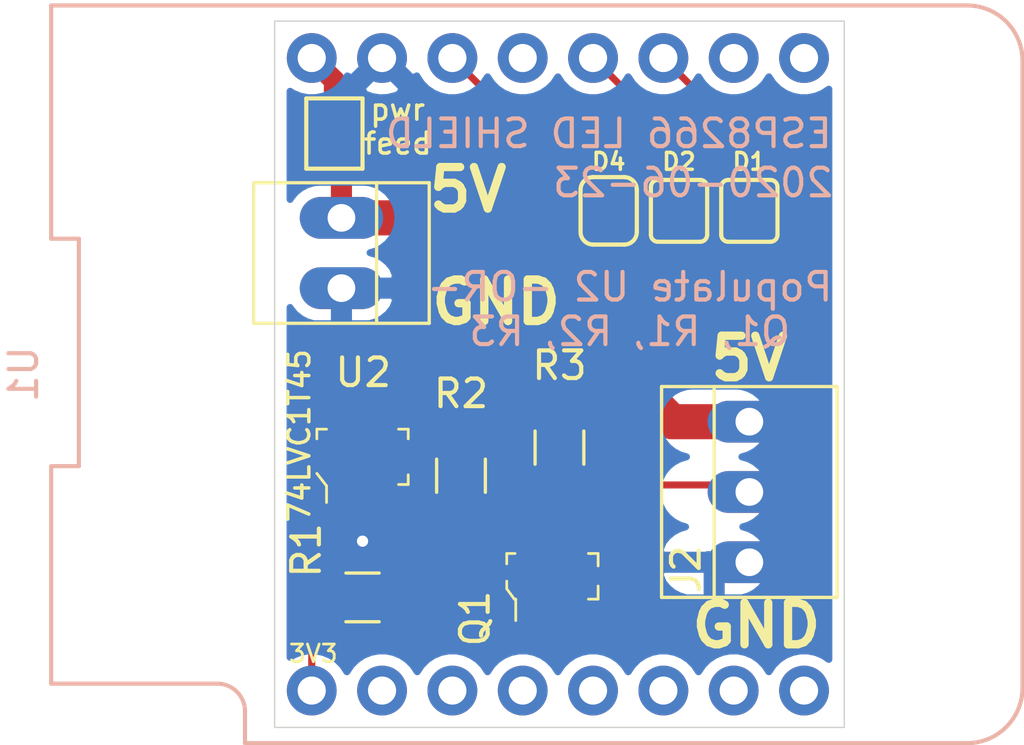
<source format=kicad_pcb>
(kicad_pcb (version 20171130) (host pcbnew 5.1.6-c6e7f7d~86~ubuntu19.10.1)

  (general
    (thickness 1.6)
    (drawings 14)
    (tracks 64)
    (zones 0)
    (modules 12)
    (nets 21)
  )

  (page A4)
  (layers
    (0 F.Cu signal)
    (31 B.Cu signal)
    (32 B.Adhes user)
    (33 F.Adhes user)
    (34 B.Paste user)
    (35 F.Paste user)
    (36 B.SilkS user)
    (37 F.SilkS user)
    (38 B.Mask user)
    (39 F.Mask user)
    (40 Dwgs.User user)
    (41 Cmts.User user)
    (42 Eco1.User user)
    (43 Eco2.User user)
    (44 Edge.Cuts user)
    (45 Margin user)
    (46 B.CrtYd user)
    (47 F.CrtYd user)
    (48 B.Fab user hide)
    (49 F.Fab user hide)
  )

  (setup
    (last_trace_width 0.254)
    (user_trace_width 0.254)
    (user_trace_width 0.508)
    (user_trace_width 0.762)
    (user_trace_width 1.27)
    (trace_clearance 0.2032)
    (zone_clearance 0.4064)
    (zone_45_only no)
    (trace_min 0.1524)
    (via_size 0.8128)
    (via_drill 0.4064)
    (via_min_size 0.508)
    (via_min_drill 0.254)
    (user_via 0.8128 0.4064)
    (uvia_size 0.3)
    (uvia_drill 0.1)
    (uvias_allowed no)
    (uvia_min_size 0.2)
    (uvia_min_drill 0.1)
    (edge_width 0.05)
    (segment_width 0.2)
    (pcb_text_width 0.3)
    (pcb_text_size 1.5 1.5)
    (mod_edge_width 0.12)
    (mod_text_size 1 1)
    (mod_text_width 0.15)
    (pad_size 1.524 1.524)
    (pad_drill 0.762)
    (pad_to_mask_clearance 0.05)
    (aux_axis_origin 0 0)
    (visible_elements FFFFFF7F)
    (pcbplotparams
      (layerselection 0x010fc_ffffffff)
      (usegerberextensions false)
      (usegerberattributes true)
      (usegerberadvancedattributes true)
      (creategerberjobfile true)
      (excludeedgelayer true)
      (linewidth 0.100000)
      (plotframeref false)
      (viasonmask false)
      (mode 1)
      (useauxorigin false)
      (hpglpennumber 1)
      (hpglpenspeed 20)
      (hpglpendiameter 15.000000)
      (psnegative false)
      (psa4output false)
      (plotreference true)
      (plotvalue true)
      (plotinvisibletext false)
      (padsonsilk false)
      (subtractmaskfromsilk false)
      (outputformat 1)
      (mirror false)
      (drillshape 1)
      (scaleselection 1)
      (outputdirectory ""))
  )

  (net 0 "")
  (net 1 GND)
  (net 2 "Net-(J2-Pad2)")
  (net 3 +5V)
  (net 4 "Net-(JP1-Pad1)")
  (net 5 "Net-(JP1-Pad2)")
  (net 6 "Net-(JP2-Pad1)")
  (net 7 "Net-(JP4-Pad1)")
  (net 8 "Net-(Q1-Pad1)")
  (net 9 +3V3)
  (net 10 "Net-(U1-Pad7)")
  (net 11 "Net-(U1-Pad6)")
  (net 12 "Net-(U1-Pad5)")
  (net 13 "Net-(U1-Pad12)")
  (net 14 "Net-(U1-Pad4)")
  (net 15 "Net-(U1-Pad3)")
  (net 16 "Net-(U1-Pad2)")
  (net 17 "Net-(U1-Pad15)")
  (net 18 "Net-(U1-Pad1)")
  (net 19 "Net-(U1-Pad16)")
  (net 20 "Net-(JP3-Pad1)")

  (net_class Default "This is the default net class."
    (clearance 0.2032)
    (trace_width 0.2032)
    (via_dia 0.8128)
    (via_drill 0.4064)
    (uvia_dia 0.3)
    (uvia_drill 0.1)
    (add_net +3V3)
    (add_net GND)
    (add_net "Net-(J2-Pad2)")
    (add_net "Net-(JP1-Pad2)")
    (add_net "Net-(JP2-Pad1)")
    (add_net "Net-(JP3-Pad1)")
    (add_net "Net-(JP4-Pad1)")
    (add_net "Net-(Q1-Pad1)")
    (add_net "Net-(U1-Pad1)")
    (add_net "Net-(U1-Pad12)")
    (add_net "Net-(U1-Pad15)")
    (add_net "Net-(U1-Pad16)")
    (add_net "Net-(U1-Pad2)")
    (add_net "Net-(U1-Pad3)")
    (add_net "Net-(U1-Pad4)")
    (add_net "Net-(U1-Pad5)")
    (add_net "Net-(U1-Pad6)")
    (add_net "Net-(U1-Pad7)")
  )

  (net_class Thicc ""
    (clearance 0.254)
    (trace_width 0.762)
    (via_dia 0.8128)
    (via_drill 0.4064)
    (uvia_dia 0.3)
    (uvia_drill 0.1)
    (add_net +5V)
    (add_net "Net-(JP1-Pad1)")
  )

  (module duck:jumper_smd_nc (layer F.Cu) (tedit 5EF2C4F0) (tstamp 5EF2F4F6)
    (at 99.314 92.456 270)
    (path /5EF7B758)
    (fp_text reference JP3 (at 0 2.794 90) (layer F.SilkS) hide
      (effects (font (size 1 1) (thickness 0.15)))
    )
    (fp_text value D4 (at 0 -2.54 90) (layer F.Fab)
      (effects (font (size 1 1) (thickness 0.15)))
    )
    (fp_line (start -0.2 0) (end 0.2 0) (layer F.Cu) (width 0.9))
    (fp_line (start -1.27 -1.016) (end 1.27 -1.016) (layer F.SilkS) (width 0.15))
    (fp_line (start 1.27 -1.016) (end 1.27 1.016) (layer F.SilkS) (width 0.15))
    (fp_line (start 1.27 1.016) (end -1.27 1.016) (layer F.SilkS) (width 0.15))
    (fp_line (start -1.27 1.016) (end -1.27 -1.016) (layer F.SilkS) (width 0.15))
    (pad 1 smd rect (at -0.635 0 270) (size 1 1.7) (layers F.Cu F.Paste F.Mask)
      (net 20 "Net-(JP3-Pad1)"))
    (pad 2 smd rect (at 0.635 0 270) (size 1 1.7) (layers F.Cu F.Paste F.Mask)
      (net 3 +5V))
  )

  (module Jumpers:SMT-JUMPER_2_NC_TRACE_SILK (layer F.Cu) (tedit 5EF2C482) (tstamp 5EF2F527)
    (at 109.22 95.25 270)
    (path /5EF2B52D)
    (attr smd)
    (fp_text reference JP2 (at 0 -1.524 270) (layer F.SilkS) hide
      (effects (font (size 0.6096 0.6096) (thickness 0.127)))
    )
    (fp_text value D4 (at -1.778 0 180) (layer F.SilkS)
      (effects (font (size 0.6096 0.6096) (thickness 0.127)))
    )
    (fp_line (start -0.2 0) (end 0.2 0) (layer F.Cu) (width 0.254))
    (fp_line (start -0.762 -1.016) (end 0.762 -1.016) (layer F.SilkS) (width 0.1524))
    (fp_line (start -1.2192 0.5588) (end -1.2192 -0.5588) (layer F.SilkS) (width 0.1524))
    (fp_line (start 1.2192 0.5588) (end 1.2192 -0.5588) (layer F.SilkS) (width 0.1524))
    (fp_line (start 0.762 1.016) (end -0.762 1.016) (layer F.SilkS) (width 0.1524))
    (fp_arc (start 0.762 -0.5588) (end 0.762 -1.016) (angle 90) (layer F.SilkS) (width 0.1524))
    (fp_arc (start -0.762 -0.5588) (end -1.2192 -0.5588) (angle 90) (layer F.SilkS) (width 0.1524))
    (fp_arc (start -0.762 0.5588) (end -0.762 1.016) (angle 90) (layer F.SilkS) (width 0.1524))
    (fp_arc (start 0.762 0.5588) (end 1.2192 0.5588) (angle 90) (layer F.SilkS) (width 0.1524))
    (pad 1 smd rect (at -0.508 0 270) (size 0.635 1.27) (layers F.Cu F.Mask)
      (net 6 "Net-(JP2-Pad1)") (solder_mask_margin 0.1016))
    (pad 2 smd rect (at 0.508 0 270) (size 0.635 1.27) (layers F.Cu F.Mask)
      (net 5 "Net-(JP1-Pad2)") (solder_mask_margin 0.1016))
  )

  (module Jumpers:SMT-JUMPER_2_NO_SILK (layer F.Cu) (tedit 200000) (tstamp 5EF2F63D)
    (at 114.3 95.25 270)
    (path /5EF2AABF)
    (attr smd)
    (fp_text reference JP1 (at 0 -1.524 90) (layer F.SilkS) hide
      (effects (font (size 0.6096 0.6096) (thickness 0.127)))
    )
    (fp_text value D1 (at -1.778 0 180) (layer F.SilkS)
      (effects (font (size 0.6096 0.6096) (thickness 0.127)))
    )
    (fp_line (start -0.8636 -1.016) (end 0.8636 -1.016) (layer F.SilkS) (width 0.1524))
    (fp_line (start -1.1176 0.762) (end -1.1176 -0.762) (layer F.SilkS) (width 0.1524))
    (fp_line (start 1.1176 0.762) (end 1.1176 -0.762) (layer F.SilkS) (width 0.1524))
    (fp_line (start 0.8636 1.016) (end -0.8636 1.016) (layer F.SilkS) (width 0.1524))
    (fp_arc (start 0.8636 -0.762) (end 0.8636 -1.016) (angle 90) (layer F.SilkS) (width 0.1524))
    (fp_arc (start -0.8636 -0.762) (end -1.1176 -0.762) (angle 90) (layer F.SilkS) (width 0.1524))
    (fp_arc (start -0.8636 0.762) (end -0.8636 1.016) (angle 90) (layer F.SilkS) (width 0.1524))
    (fp_arc (start 0.8636 0.762) (end 1.1176 0.762) (angle 90) (layer F.SilkS) (width 0.1524))
    (pad 1 smd rect (at -0.4064 0 270) (size 0.635 1.27) (layers F.Cu F.Mask)
      (net 4 "Net-(JP1-Pad1)") (solder_mask_margin 0.1016))
    (pad 2 smd rect (at 0.4064 0 270) (size 0.635 1.27) (layers F.Cu F.Mask)
      (net 5 "Net-(JP1-Pad2)") (solder_mask_margin 0.1016))
  )

  (module Jumpers:SMT-JUMPER_2_NO_SILK (layer F.Cu) (tedit 200000) (tstamp 5EF2DC9E)
    (at 111.76 95.25 270)
    (path /5EF2B199)
    (attr smd)
    (fp_text reference JP4 (at 0 -1.524 90) (layer F.SilkS) hide
      (effects (font (size 0.6096 0.6096) (thickness 0.127)))
    )
    (fp_text value D2 (at -1.778 0 180) (layer F.SilkS)
      (effects (font (size 0.6096 0.6096) (thickness 0.127)))
    )
    (fp_arc (start 0.8636 0.762) (end 1.1176 0.762) (angle 90) (layer F.SilkS) (width 0.1524))
    (fp_arc (start -0.8636 0.762) (end -0.8636 1.016) (angle 90) (layer F.SilkS) (width 0.1524))
    (fp_arc (start -0.8636 -0.762) (end -1.1176 -0.762) (angle 90) (layer F.SilkS) (width 0.1524))
    (fp_arc (start 0.8636 -0.762) (end 0.8636 -1.016) (angle 90) (layer F.SilkS) (width 0.1524))
    (fp_line (start 0.8636 1.016) (end -0.8636 1.016) (layer F.SilkS) (width 0.1524))
    (fp_line (start 1.1176 0.762) (end 1.1176 -0.762) (layer F.SilkS) (width 0.1524))
    (fp_line (start -1.1176 0.762) (end -1.1176 -0.762) (layer F.SilkS) (width 0.1524))
    (fp_line (start -0.8636 -1.016) (end 0.8636 -1.016) (layer F.SilkS) (width 0.1524))
    (pad 2 smd rect (at 0.4064 0 270) (size 0.635 1.27) (layers F.Cu F.Mask)
      (net 5 "Net-(JP1-Pad2)") (solder_mask_margin 0.1016))
    (pad 1 smd rect (at -0.4064 0 270) (size 0.635 1.27) (layers F.Cu F.Mask)
      (net 7 "Net-(JP4-Pad1)") (solder_mask_margin 0.1016))
  )

  (module digikey-footprints:SOT-23-3 (layer F.Cu) (tedit 5D28A5E3) (tstamp 5EF2EAAF)
    (at 107.188 108.458 90)
    (path /5EF328F5)
    (attr smd)
    (fp_text reference Q1 (at -1.524 -2.794 90) (layer F.SilkS)
      (effects (font (size 1 1) (thickness 0.15)))
    )
    (fp_text value DMG2302U (at 0.025 3.25 90) (layer F.Fab)
      (effects (font (size 1 1) (thickness 0.15)))
    )
    (fp_line (start 0.7 1.52) (end 0.7 -1.52) (layer F.Fab) (width 0.1))
    (fp_line (start -0.7 1.52) (end 0.7 1.52) (layer F.Fab) (width 0.1))
    (fp_line (start 0.825 -1.65) (end 0.825 -1.35) (layer F.SilkS) (width 0.1))
    (fp_line (start 0.45 -1.65) (end 0.825 -1.65) (layer F.SilkS) (width 0.1))
    (fp_line (start 0.825 1.65) (end 0.375 1.65) (layer F.SilkS) (width 0.1))
    (fp_line (start 0.825 1.35) (end 0.825 1.65) (layer F.SilkS) (width 0.1))
    (fp_line (start 0.825 1.425) (end 0.825 1.3) (layer F.SilkS) (width 0.1))
    (fp_line (start -0.825 1.65) (end -0.825 1.3) (layer F.SilkS) (width 0.1))
    (fp_line (start -0.35 1.65) (end -0.825 1.65) (layer F.SilkS) (width 0.1))
    (fp_line (start -0.425 -1.525) (end -0.7 -1.325) (layer F.Fab) (width 0.1))
    (fp_line (start -0.425 -1.525) (end 0.7 -1.525) (layer F.Fab) (width 0.1))
    (fp_line (start -0.7 -1.325) (end -0.7 1.525) (layer F.Fab) (width 0.1))
    (fp_line (start -0.825 -1.325) (end -1.6 -1.325) (layer F.SilkS) (width 0.1))
    (fp_line (start -0.825 -1.375) (end -0.825 -1.325) (layer F.SilkS) (width 0.1))
    (fp_line (start -0.45 -1.65) (end -0.825 -1.375) (layer F.SilkS) (width 0.1))
    (fp_line (start -0.175 -1.65) (end -0.45 -1.65) (layer F.SilkS) (width 0.1))
    (fp_line (start 1.825 -1.95) (end 1.825 1.95) (layer F.CrtYd) (width 0.05))
    (fp_line (start 1.825 1.95) (end -1.825 1.95) (layer F.CrtYd) (width 0.05))
    (fp_line (start -1.825 -1.95) (end -1.825 1.95) (layer F.CrtYd) (width 0.05))
    (fp_line (start -1.825 -1.95) (end 1.825 -1.95) (layer F.CrtYd) (width 0.05))
    (fp_text user %R (at -0.125 0.15 90) (layer F.Fab)
      (effects (font (size 0.25 0.25) (thickness 0.05)))
    )
    (pad 3 smd rect (at 1.05 0 90) (size 1.3 0.6) (layers F.Cu F.Paste F.Mask)
      (net 2 "Net-(J2-Pad2)") (solder_mask_margin 0.07))
    (pad 2 smd rect (at -1.05 0.95 90) (size 1.3 0.6) (layers F.Cu F.Paste F.Mask)
      (net 5 "Net-(JP1-Pad2)") (solder_mask_margin 0.07))
    (pad 1 smd rect (at -1.05 -0.95 90) (size 1.3 0.6) (layers F.Cu F.Paste F.Mask)
      (net 8 "Net-(Q1-Pad1)") (solder_mask_margin 0.07))
  )

  (module Resistors_SMD:R_0805_HandSoldering (layer F.Cu) (tedit 58E0A804) (tstamp 5EF2DCF8)
    (at 100.33 109.22)
    (descr "Resistor SMD 0805, hand soldering")
    (tags "resistor 0805")
    (path /5EF502E2)
    (attr smd)
    (fp_text reference R1 (at -2.032 -1.7 90) (layer F.SilkS)
      (effects (font (size 1 1) (thickness 0.15)))
    )
    (fp_text value R (at 0 1.75) (layer F.Fab)
      (effects (font (size 1 1) (thickness 0.15)))
    )
    (fp_text user %R (at 0 0) (layer F.Fab)
      (effects (font (size 0.5 0.5) (thickness 0.075)))
    )
    (fp_line (start -1 0.62) (end -1 -0.62) (layer F.Fab) (width 0.1))
    (fp_line (start 1 0.62) (end -1 0.62) (layer F.Fab) (width 0.1))
    (fp_line (start 1 -0.62) (end 1 0.62) (layer F.Fab) (width 0.1))
    (fp_line (start -1 -0.62) (end 1 -0.62) (layer F.Fab) (width 0.1))
    (fp_line (start 0.6 0.88) (end -0.6 0.88) (layer F.SilkS) (width 0.12))
    (fp_line (start -0.6 -0.88) (end 0.6 -0.88) (layer F.SilkS) (width 0.12))
    (fp_line (start -2.35 -0.9) (end 2.35 -0.9) (layer F.CrtYd) (width 0.05))
    (fp_line (start -2.35 -0.9) (end -2.35 0.9) (layer F.CrtYd) (width 0.05))
    (fp_line (start 2.35 0.9) (end 2.35 -0.9) (layer F.CrtYd) (width 0.05))
    (fp_line (start 2.35 0.9) (end -2.35 0.9) (layer F.CrtYd) (width 0.05))
    (pad 2 smd rect (at 1.35 0) (size 1.5 1.3) (layers F.Cu F.Paste F.Mask)
      (net 5 "Net-(JP1-Pad2)"))
    (pad 1 smd rect (at -1.35 0) (size 1.5 1.3) (layers F.Cu F.Paste F.Mask)
      (net 9 +3V3))
    (model ${KISYS3DMOD}/Resistors_SMD.3dshapes/R_0805.wrl
      (at (xyz 0 0 0))
      (scale (xyz 1 1 1))
      (rotate (xyz 0 0 0))
    )
  )

  (module Resistors_SMD:R_0805_HandSoldering (layer F.Cu) (tedit 58E0A804) (tstamp 5EF2EB68)
    (at 103.886 104.822 270)
    (descr "Resistor SMD 0805, hand soldering")
    (tags "resistor 0805")
    (path /5EF39E1E)
    (attr smd)
    (fp_text reference R2 (at -2.968 0 180) (layer F.SilkS)
      (effects (font (size 1 1) (thickness 0.15)))
    )
    (fp_text value R (at 0 1.75 90) (layer F.Fab)
      (effects (font (size 1 1) (thickness 0.15)))
    )
    (fp_text user %R (at 0 0 90) (layer F.Fab)
      (effects (font (size 0.5 0.5) (thickness 0.075)))
    )
    (fp_line (start -1 0.62) (end -1 -0.62) (layer F.Fab) (width 0.1))
    (fp_line (start 1 0.62) (end -1 0.62) (layer F.Fab) (width 0.1))
    (fp_line (start 1 -0.62) (end 1 0.62) (layer F.Fab) (width 0.1))
    (fp_line (start -1 -0.62) (end 1 -0.62) (layer F.Fab) (width 0.1))
    (fp_line (start 0.6 0.88) (end -0.6 0.88) (layer F.SilkS) (width 0.12))
    (fp_line (start -0.6 -0.88) (end 0.6 -0.88) (layer F.SilkS) (width 0.12))
    (fp_line (start -2.35 -0.9) (end 2.35 -0.9) (layer F.CrtYd) (width 0.05))
    (fp_line (start -2.35 -0.9) (end -2.35 0.9) (layer F.CrtYd) (width 0.05))
    (fp_line (start 2.35 0.9) (end 2.35 -0.9) (layer F.CrtYd) (width 0.05))
    (fp_line (start 2.35 0.9) (end -2.35 0.9) (layer F.CrtYd) (width 0.05))
    (pad 2 smd rect (at 1.35 0 270) (size 1.5 1.3) (layers F.Cu F.Paste F.Mask)
      (net 8 "Net-(Q1-Pad1)"))
    (pad 1 smd rect (at -1.35 0 270) (size 1.5 1.3) (layers F.Cu F.Paste F.Mask)
      (net 9 +3V3))
    (model ${KISYS3DMOD}/Resistors_SMD.3dshapes/R_0805.wrl
      (at (xyz 0 0 0))
      (scale (xyz 1 1 1))
      (rotate (xyz 0 0 0))
    )
  )

  (module Resistors_SMD:R_0805_HandSoldering (layer F.Cu) (tedit 58E0A804) (tstamp 5EF2DCC8)
    (at 107.442 103.806 270)
    (descr "Resistor SMD 0805, hand soldering")
    (tags "resistor 0805")
    (path /5EF3A787)
    (attr smd)
    (fp_text reference R3 (at -2.968 0 180) (layer F.SilkS)
      (effects (font (size 1 1) (thickness 0.15)))
    )
    (fp_text value R (at 0 1.75 90) (layer F.Fab)
      (effects (font (size 1 1) (thickness 0.15)))
    )
    (fp_line (start 2.35 0.9) (end -2.35 0.9) (layer F.CrtYd) (width 0.05))
    (fp_line (start 2.35 0.9) (end 2.35 -0.9) (layer F.CrtYd) (width 0.05))
    (fp_line (start -2.35 -0.9) (end -2.35 0.9) (layer F.CrtYd) (width 0.05))
    (fp_line (start -2.35 -0.9) (end 2.35 -0.9) (layer F.CrtYd) (width 0.05))
    (fp_line (start -0.6 -0.88) (end 0.6 -0.88) (layer F.SilkS) (width 0.12))
    (fp_line (start 0.6 0.88) (end -0.6 0.88) (layer F.SilkS) (width 0.12))
    (fp_line (start -1 -0.62) (end 1 -0.62) (layer F.Fab) (width 0.1))
    (fp_line (start 1 -0.62) (end 1 0.62) (layer F.Fab) (width 0.1))
    (fp_line (start 1 0.62) (end -1 0.62) (layer F.Fab) (width 0.1))
    (fp_line (start -1 0.62) (end -1 -0.62) (layer F.Fab) (width 0.1))
    (fp_text user %R (at 0 0 90) (layer F.Fab)
      (effects (font (size 0.5 0.5) (thickness 0.075)))
    )
    (pad 1 smd rect (at -1.35 0 270) (size 1.5 1.3) (layers F.Cu F.Paste F.Mask)
      (net 3 +5V))
    (pad 2 smd rect (at 1.35 0 270) (size 1.5 1.3) (layers F.Cu F.Paste F.Mask)
      (net 2 "Net-(J2-Pad2)"))
    (model ${KISYS3DMOD}/Resistors_SMD.3dshapes/R_0805.wrl
      (at (xyz 0 0 0))
      (scale (xyz 1 1 1))
      (rotate (xyz 0 0 0))
    )
  )

  (module digikey-footprints:SOT-23-6 (layer F.Cu) (tedit 5D28A5EB) (tstamp 5EF2F6EB)
    (at 100.33 104.14)
    (path /5EF33F15)
    (attr smd)
    (fp_text reference U2 (at 0.025 -3.048) (layer F.SilkS)
      (effects (font (size 1 1) (thickness 0.15)))
    )
    (fp_text value SN74LVC1T45DBV (at -0.025 3.575) (layer F.Fab)
      (effects (font (size 1 1) (thickness 0.15)))
    )
    (fp_line (start 1.525 0.875) (end 1.525 -0.875) (layer F.Fab) (width 0.1))
    (fp_line (start 1.525 -0.875) (end -1.525 -0.875) (layer F.Fab) (width 0.1))
    (fp_line (start 1.65 -1) (end 1.65 -0.65) (layer F.SilkS) (width 0.1))
    (fp_line (start 1.3 -1) (end 1.65 -1) (layer F.SilkS) (width 0.1))
    (fp_line (start 1.65 1) (end 1.3 1) (layer F.SilkS) (width 0.1))
    (fp_line (start 1.65 0.65) (end 1.65 1) (layer F.SilkS) (width 0.1))
    (fp_line (start -1.65 -1) (end -1.65 -0.65) (layer F.SilkS) (width 0.1))
    (fp_line (start -1.3 -1) (end -1.65 -1) (layer F.SilkS) (width 0.1))
    (fp_line (start -1.525 0.55) (end -1.275 0.875) (layer F.Fab) (width 0.1))
    (fp_line (start -1.525 0.55) (end -1.525 -0.875) (layer F.Fab) (width 0.1))
    (fp_line (start 1.525 0.875) (end -1.275 0.875) (layer F.Fab) (width 0.1))
    (fp_line (start -1.3 1.05) (end -1.65 0.6) (layer F.SilkS) (width 0.1))
    (fp_line (start -1.3 1.65) (end -1.3 1.05) (layer F.SilkS) (width 0.1))
    (fp_line (start -1.825 -2.1) (end 1.825 -2.1) (layer F.CrtYd) (width 0.05))
    (fp_line (start 1.825 -2.1) (end 1.825 2.1) (layer F.CrtYd) (width 0.05))
    (fp_line (start 1.825 2.1) (end -1.825 2.1) (layer F.CrtYd) (width 0.05))
    (fp_line (start -1.825 2.1) (end -1.825 -2.1) (layer F.CrtYd) (width 0.05))
    (fp_text user %R (at 0.025 0) (layer F.Fab)
      (effects (font (size 0.75 0.75) (thickness 0.075)))
    )
    (pad 3 smd rect (at 0.95 1.35) (size 0.55 1) (layers F.Cu F.Paste F.Mask)
      (net 5 "Net-(JP1-Pad2)"))
    (pad 2 smd rect (at 0 1.35) (size 0.55 1) (layers F.Cu F.Paste F.Mask)
      (net 1 GND))
    (pad 1 smd rect (at -0.95 1.35) (size 0.55 1) (layers F.Cu F.Paste F.Mask)
      (net 9 +3V3))
    (pad 4 smd rect (at 0.95 -1.35) (size 0.55 1) (layers F.Cu F.Paste F.Mask)
      (net 2 "Net-(J2-Pad2)"))
    (pad 5 smd rect (at 0 -1.35) (size 0.55 1) (layers F.Cu F.Paste F.Mask)
      (net 9 +3V3))
    (pad 6 smd rect (at -0.95 -1.35) (size 0.55 1) (layers F.Cu F.Paste F.Mask)
      (net 3 +5V))
  )

  (module Connectors:PINHEAD1-2 (layer F.Cu) (tedit 0) (tstamp 5EF2DB22)
    (at 99.568 95.504 270)
    (path /5EF2CD41)
    (fp_text reference J1 (at 1.27 -3.9 90) (layer F.SilkS) hide
      (effects (font (size 1 1) (thickness 0.15)))
    )
    (fp_text value PWR (at 1.27 3.81 90) (layer F.Fab)
      (effects (font (size 1 1) (thickness 0.15)))
    )
    (fp_line (start 3.81 -1.27) (end -1.27 -1.27) (layer F.SilkS) (width 0.12))
    (fp_line (start 3.81 3.17) (end -1.27 3.17) (layer F.SilkS) (width 0.12))
    (fp_line (start -1.27 -3.17) (end 3.81 -3.17) (layer F.SilkS) (width 0.12))
    (fp_line (start -1.27 -3.17) (end -1.27 3.17) (layer F.SilkS) (width 0.12))
    (fp_line (start 3.81 -3.17) (end 3.81 3.17) (layer F.SilkS) (width 0.12))
    (fp_line (start -1.52 -3.42) (end 4.06 -3.42) (layer F.CrtYd) (width 0.05))
    (fp_line (start -1.52 -3.42) (end -1.52 3.42) (layer F.CrtYd) (width 0.05))
    (fp_line (start 4.06 3.42) (end 4.06 -3.42) (layer F.CrtYd) (width 0.05))
    (fp_line (start 4.06 3.42) (end -1.52 3.42) (layer F.CrtYd) (width 0.05))
    (pad 2 thru_hole oval (at 2.54 0 270) (size 1.51 3.01) (drill 1) (layers *.Cu *.Mask)
      (net 1 GND))
    (pad 1 thru_hole oval (at 0 0 270) (size 1.51 3.01) (drill 1) (layers *.Cu *.Mask)
      (net 3 +5V))
  )

  (module Connectors:PINHEAD1-3 (layer F.Cu) (tedit 0) (tstamp 5EF2E16C)
    (at 114.3 107.95 90)
    (path /5EF31B51)
    (fp_text reference J2 (at -0.254 -2.286 90) (layer F.SilkS)
      (effects (font (size 1 1) (thickness 0.15)))
    )
    (fp_text value LED (at 2.54 3.81 90) (layer F.Fab)
      (effects (font (size 1 1) (thickness 0.15)))
    )
    (fp_line (start -1.27 -3.17) (end -1.27 3.17) (layer F.SilkS) (width 0.12))
    (fp_line (start 6.35 -3.17) (end 6.35 3.17) (layer F.SilkS) (width 0.12))
    (fp_line (start 6.35 -1.27) (end -1.27 -1.27) (layer F.SilkS) (width 0.12))
    (fp_line (start -1.27 -3.17) (end 6.35 -3.17) (layer F.SilkS) (width 0.12))
    (fp_line (start 6.35 3.17) (end -1.27 3.17) (layer F.SilkS) (width 0.12))
    (fp_line (start -1.52 -3.42) (end 6.6 -3.42) (layer F.CrtYd) (width 0.05))
    (fp_line (start -1.52 -3.42) (end -1.52 3.42) (layer F.CrtYd) (width 0.05))
    (fp_line (start 6.6 3.42) (end 6.6 -3.42) (layer F.CrtYd) (width 0.05))
    (fp_line (start 6.6 3.42) (end -1.52 3.42) (layer F.CrtYd) (width 0.05))
    (pad 3 thru_hole oval (at 5.08 0 90) (size 1.51 3.01) (drill 1) (layers *.Cu *.Mask)
      (net 3 +5V))
    (pad 2 thru_hole oval (at 2.54 0 90) (size 1.51 3.01) (drill 1) (layers *.Cu *.Mask)
      (net 2 "Net-(J2-Pad2)"))
    (pad 1 thru_hole oval (at 0 0 90) (size 1.51 3.01) (drill 1) (layers *.Cu *.Mask)
      (net 1 GND))
  )

  (module duck:wemos-d1-mini-no-keepout (layer B.Cu) (tedit 5EF2B67E) (tstamp 5EF2E83C)
    (at 107.385001 101.157025)
    (path /5EF2A2E6)
    (fp_text reference U1 (at -19.3 0 -90) (layer B.SilkS)
      (effects (font (size 1 1) (thickness 0.15)) (justify mirror))
    )
    (fp_text value WeMos_D1_mini (at 0 0) (layer B.Fab)
      (effects (font (size 1 1) (thickness 0.15)) (justify mirror))
    )
    (fp_line (start -18.3 -13.33) (end 14.78 -13.33) (layer B.SilkS) (width 0.15))
    (fp_line (start 16.78 -11.33) (end 16.78 11.33) (layer B.SilkS) (width 0.15))
    (fp_line (start 14.78 13.33) (end -11.3 13.33) (layer B.SilkS) (width 0.15))
    (fp_line (start -18.3 11.18) (end -18.3 3.32) (layer B.SilkS) (width 0.15))
    (fp_line (start -18.3 3.32) (end -17.3 3.32) (layer B.SilkS) (width 0.15))
    (fp_line (start -17.3 3.32) (end -17.3 -4.9) (layer B.SilkS) (width 0.15))
    (fp_line (start -17.3 -4.9) (end -18.3 -4.9) (layer B.SilkS) (width 0.15))
    (fp_line (start -18.3 -4.9) (end -18.3 -13.329999) (layer B.SilkS) (width 0.15))
    (fp_line (start -18.3 11.18) (end -12.3 11.18) (layer B.SilkS) (width 0.15))
    (fp_line (start -11.3 12.17) (end -11.3 13.33) (layer B.SilkS) (width 0.15))
    (fp_line (start -11.3 13.33) (end -11.3 13.33) (layer B.SilkS) (width 0.15))
    (fp_arc (start 14.78 11.33) (end 14.78 13.33) (angle -90) (layer B.SilkS) (width 0.15))
    (fp_arc (start 14.78 -11.33) (end 16.78 -11.33) (angle -90) (layer B.SilkS) (width 0.15))
    (fp_arc (start -12.3 12.18) (end -11.3 12.18) (angle -90) (layer B.SilkS) (width 0.15))
    (pad 8 thru_hole circle (at -8.89 11.43) (size 1.8 1.8) (drill 1.016) (layers *.Cu *.Mask)
      (net 9 +3V3))
    (pad 9 thru_hole circle (at -8.89 -11.43) (size 1.8 1.8) (drill 1.016) (layers *.Cu *.Mask)
      (net 20 "Net-(JP3-Pad1)"))
    (pad 7 thru_hole circle (at -6.35 11.43) (size 1.8 1.8) (drill 1.016) (layers *.Cu *.Mask)
      (net 10 "Net-(U1-Pad7)"))
    (pad 10 thru_hole circle (at -6.35 -11.43) (size 1.8 1.8) (drill 1.016) (layers *.Cu *.Mask)
      (net 1 GND))
    (pad 6 thru_hole circle (at -3.81 11.43 270) (size 1.8 1.8) (drill 1.016) (layers *.Cu *.Mask)
      (net 11 "Net-(U1-Pad6)"))
    (pad 11 thru_hole circle (at -3.81 -11.43) (size 1.8 1.8) (drill 1.016) (layers *.Cu *.Mask)
      (net 6 "Net-(JP2-Pad1)"))
    (pad 5 thru_hole circle (at -1.27 11.43) (size 1.8 1.8) (drill 1.016) (layers *.Cu *.Mask)
      (net 12 "Net-(U1-Pad5)"))
    (pad 12 thru_hole circle (at -1.27 -11.43) (size 1.8 1.8) (drill 1.016) (layers *.Cu *.Mask)
      (net 13 "Net-(U1-Pad12)"))
    (pad 4 thru_hole circle (at 1.27 11.43) (size 1.8 1.8) (drill 1.016) (layers *.Cu *.Mask)
      (net 14 "Net-(U1-Pad4)"))
    (pad 13 thru_hole circle (at 1.27 -11.43) (size 1.8 1.8) (drill 1.016) (layers *.Cu *.Mask)
      (net 7 "Net-(JP4-Pad1)"))
    (pad 3 thru_hole circle (at 3.81 11.43) (size 1.8 1.8) (drill 1.016) (layers *.Cu *.Mask)
      (net 15 "Net-(U1-Pad3)"))
    (pad 14 thru_hole circle (at 3.81 -11.43) (size 1.8 1.8) (drill 1.016) (layers *.Cu *.Mask)
      (net 4 "Net-(JP1-Pad1)"))
    (pad 2 thru_hole circle (at 6.35 11.43) (size 1.8 1.8) (drill 1.016) (layers *.Cu *.Mask)
      (net 16 "Net-(U1-Pad2)"))
    (pad 15 thru_hole circle (at 6.35 -11.43) (size 1.8 1.8) (drill 1.016) (layers *.Cu *.Mask)
      (net 17 "Net-(U1-Pad15)"))
    (pad 1 thru_hole circle (at 8.89 11.43) (size 1.8 1.8) (drill 1.016) (layers *.Cu *.Mask)
      (net 18 "Net-(U1-Pad1)"))
    (pad 16 thru_hole circle (at 8.89 -11.43) (size 1.8 1.8) (drill 1.016) (layers *.Cu *.Mask)
      (net 19 "Net-(U1-Pad16)"))
    (model ${KIPRJMOD}/3dshapes/wemos_d1_mini.3dshapes/d1_mini_shield.wrl
      (offset (xyz -17.89999973116897 -12.79999980776329 8.39999987384466))
      (scale (xyz 0.3937 0.3937 0.3937))
      (rotate (xyz 0 180 90))
    )
    (model ${KIPRJMOD}/3dshapes/wemos_d1_mini.3dshapes/SLW-108-01-G-S.wrl
      (offset (xyz 0 -11.39999982878918 0))
      (scale (xyz 0.3937 0.3937 0.3937))
      (rotate (xyz -90 0 0))
    )
    (model ${KIPRJMOD}/3dshapes/wemos_d1_mini.3dshapes/SLW-108-01-G-S.wrl
      (offset (xyz 0 11.39999982878918 0))
      (scale (xyz 0.3937 0.3937 0.3937))
      (rotate (xyz -90 0 0))
    )
    (model ${KIPRJMOD}/3dshapes/wemos_d1_mini.3dshapes/TSW-108-05-G-S.wrl
      (offset (xyz 0 -11.39999982878918 7.299999890364999))
      (scale (xyz 0.3937 0.3937 0.3937))
      (rotate (xyz 90 0 0))
    )
    (model ${KIPRJMOD}/3dshapes/wemos_d1_mini.3dshapes/TSW-108-05-G-S.wrl
      (offset (xyz 0 11.39999982878918 7.299999890364999))
      (scale (xyz 0.3937 0.3937 0.3937))
      (rotate (xyz 90 0 0))
    )
  )

  (gr_line (start 97.155 88.392) (end 117.729 88.392) (layer Edge.Cuts) (width 0.05) (tstamp 5EF2F924))
  (gr_line (start 97.155 113.919) (end 97.155 88.392) (layer Edge.Cuts) (width 0.05))
  (gr_line (start 117.729 113.919) (end 97.155 113.919) (layer Edge.Cuts) (width 0.05))
  (gr_line (start 117.729 88.392) (end 117.729 113.919) (layer Edge.Cuts) (width 0.05))
  (gr_text 74LVC1T45 (at 98.044 103.378 90) (layer F.SilkS)
    (effects (font (size 0.762 0.762) (thickness 0.127)))
  )
  (gr_text "Populate U2 -OR-\nQ1, R1, R2, R3" (at 109.982 98.806) (layer B.SilkS)
    (effects (font (size 1 1) (thickness 0.15)) (justify mirror))
  )
  (gr_text 2020-06-23 (at 112.268 94.234) (layer B.SilkS)
    (effects (font (size 1 1) (thickness 0.15)) (justify mirror))
  )
  (gr_text "ESP8266 LED SHIELD" (at 109.22 92.456) (layer B.SilkS)
    (effects (font (size 1 1) (thickness 0.15)) (justify mirror))
  )
  (gr_text 3V3 (at 98.552 111.252) (layer F.SilkS)
    (effects (font (size 0.635 0.635) (thickness 0.1016)))
  )
  (gr_text "pwr\nfeed" (at 101.6 92.202) (layer F.SilkS)
    (effects (font (size 0.762 0.762) (thickness 0.127)))
  )
  (gr_text GND (at 105.156 98.552) (layer F.SilkS)
    (effects (font (size 1.5 1.5) (thickness 0.3)))
  )
  (gr_text 5V (at 104.14 94.488) (layer F.SilkS)
    (effects (font (size 1.5 1.5) (thickness 0.3)))
  )
  (gr_text GND (at 114.554 110.236) (layer F.SilkS)
    (effects (font (size 1.5 1.5) (thickness 0.3)))
  )
  (gr_text 5V (at 114.3 100.584) (layer F.SilkS)
    (effects (font (size 1.5 1.5) (thickness 0.3)))
  )

  (via (at 100.33 107.188) (size 0.8128) (drill 0.4064) (layers F.Cu B.Cu) (net 1))
  (segment (start 100.33 105.49) (end 100.33 107.188) (width 0.254) (layer F.Cu) (net 1))
  (segment (start 107.188 105.41) (end 107.442 105.156) (width 0.254) (layer F.Cu) (net 2))
  (segment (start 107.188 107.408) (end 107.188 105.41) (width 0.254) (layer F.Cu) (net 2))
  (segment (start 114.046 105.156) (end 114.3 105.41) (width 0.254) (layer F.Cu) (net 2) (tstamp 5EF2F932))
  (segment (start 108.712 105.156) (end 114.046 105.156) (width 0.254) (layer F.Cu) (net 2))
  (segment (start 107.442 105.156) (end 105.664 103.378) (width 0.254) (layer F.Cu) (net 2))
  (segment (start 105.664 103.378) (end 105.664 102.362) (width 0.254) (layer F.Cu) (net 2))
  (segment (start 105.664 102.362) (end 105.156 101.854) (width 0.254) (layer F.Cu) (net 2))
  (segment (start 105.156 101.854) (end 101.854 101.854) (width 0.254) (layer F.Cu) (net 2))
  (segment (start 101.28 102.428) (end 101.28 102.79) (width 0.254) (layer F.Cu) (net 2))
  (segment (start 101.854 101.854) (end 101.28 102.428) (width 0.254) (layer F.Cu) (net 2))
  (segment (start 108.712 105.156) (end 107.442 105.156) (width 0.254) (layer F.Cu) (net 2))
  (segment (start 99.38 102.036) (end 100.324 101.092) (width 0.254) (layer F.Cu) (net 3))
  (segment (start 99.38 102.79) (end 99.38 102.036) (width 0.254) (layer F.Cu) (net 3))
  (segment (start 106.078 101.092) (end 107.442 102.456) (width 0.254) (layer F.Cu) (net 3))
  (segment (start 100.324 101.092) (end 106.078 101.092) (width 0.254) (layer F.Cu) (net 3))
  (segment (start 99.568 93.66801) (end 99.314 93.41401) (width 0.762) (layer F.Cu) (net 3))
  (segment (start 99.568 95.504) (end 99.568 93.66801) (width 0.762) (layer F.Cu) (net 3))
  (segment (start 99.568 95.504) (end 104.14 95.504) (width 1.27) (layer F.Cu) (net 3))
  (segment (start 111.506 102.87) (end 114.3 102.87) (width 1.27) (layer F.Cu) (net 3))
  (segment (start 106.078 99.535) (end 107.1245 98.4885) (width 0.254) (layer F.Cu) (net 3))
  (segment (start 106.078 101.092) (end 106.078 99.535) (width 0.254) (layer F.Cu) (net 3))
  (segment (start 107.1245 98.4885) (end 111.506 102.87) (width 1.27) (layer F.Cu) (net 3))
  (segment (start 104.14 95.504) (end 107.1245 98.4885) (width 1.27) (layer F.Cu) (net 3))
  (segment (start 114.3 92.832024) (end 111.195001 89.727025) (width 0.254) (layer F.Cu) (net 4))
  (segment (start 114.3 94.8436) (end 114.3 92.832024) (width 0.254) (layer F.Cu) (net 4))
  (segment (start 101.68 105.89) (end 101.28 105.49) (width 0.254) (layer F.Cu) (net 5))
  (segment (start 101.68 109.22) (end 101.68 105.89) (width 0.254) (layer F.Cu) (net 5))
  (segment (start 114.3 95.6564) (end 114.3 97.536) (width 0.254) (layer F.Cu) (net 5))
  (segment (start 114.3 97.536) (end 111.76 97.536) (width 0.254) (layer F.Cu) (net 5))
  (segment (start 111.76 97.536) (end 111.76 95.6564) (width 0.254) (layer F.Cu) (net 5))
  (segment (start 103.204 110.744) (end 101.68 109.22) (width 0.254) (layer F.Cu) (net 5))
  (segment (start 108.138 110.678) (end 108.204 110.744) (width 0.254) (layer F.Cu) (net 5))
  (segment (start 108.138 109.508) (end 108.138 110.678) (width 0.254) (layer F.Cu) (net 5))
  (segment (start 108.204 110.744) (end 103.204 110.744) (width 0.254) (layer F.Cu) (net 5))
  (segment (start 111.76 97.536) (end 109.982 97.536) (width 0.254) (layer F.Cu) (net 5))
  (segment (start 109.22 96.774) (end 109.22 95.90721) (width 0.254) (layer F.Cu) (net 5))
  (segment (start 109.982 97.536) (end 109.22 96.774) (width 0.254) (layer F.Cu) (net 5))
  (segment (start 108.204 110.744) (end 114.3 110.744) (width 0.254) (layer F.Cu) (net 5))
  (segment (start 114.3 110.744) (end 116.459 108.585) (width 0.254) (layer F.Cu) (net 5))
  (segment (start 116.459 99.695) (end 114.3 97.536) (width 0.254) (layer F.Cu) (net 5))
  (segment (start 116.459 108.585) (end 116.459 99.695) (width 0.254) (layer F.Cu) (net 5))
  (segment (start 107.188 92.71) (end 109.07079 94.59279) (width 0.254) (layer F.Cu) (net 6))
  (segment (start 106.557976 92.71) (end 107.188 92.71) (width 0.254) (layer F.Cu) (net 6))
  (segment (start 109.07079 94.59279) (end 109.22 94.59279) (width 0.254) (layer F.Cu) (net 6))
  (segment (start 103.575001 89.727025) (end 106.557976 92.71) (width 0.254) (layer F.Cu) (net 6))
  (segment (start 111.76 92.832024) (end 108.655001 89.727025) (width 0.254) (layer F.Cu) (net 7))
  (segment (start 111.76 94.8436) (end 111.76 92.832024) (width 0.254) (layer F.Cu) (net 7))
  (segment (start 103.886 106.172) (end 103.886 107.696) (width 0.254) (layer F.Cu) (net 8))
  (segment (start 105.698 109.508) (end 106.238 109.508) (width 0.254) (layer F.Cu) (net 8))
  (segment (start 103.886 107.696) (end 105.698 109.508) (width 0.254) (layer F.Cu) (net 8))
  (segment (start 98.495001 109.704999) (end 98.98 109.22) (width 0.254) (layer F.Cu) (net 9))
  (segment (start 98.495001 112.587025) (end 98.495001 109.704999) (width 0.254) (layer F.Cu) (net 9))
  (segment (start 98.98 105.89) (end 99.38 105.49) (width 0.254) (layer F.Cu) (net 9))
  (segment (start 98.98 109.22) (end 98.98 105.89) (width 0.254) (layer F.Cu) (net 9))
  (segment (start 99.38 105.49) (end 99.38 105.09) (width 0.254) (layer F.Cu) (net 9))
  (segment (start 99.38 105.09) (end 100.33 104.14) (width 0.254) (layer F.Cu) (net 9))
  (segment (start 103.218 104.14) (end 103.886 103.472) (width 0.254) (layer F.Cu) (net 9))
  (segment (start 100.33 104.14) (end 103.218 104.14) (width 0.254) (layer F.Cu) (net 9))
  (segment (start 100.33 104.14) (end 100.33 102.79) (width 0.254) (layer F.Cu) (net 9))
  (segment (start 98.495001 89.727025) (end 98.495001 90.367001) (width 0.508) (layer F.Cu) (net 20))
  (segment (start 99.314 90.546024) (end 99.314 91.54879) (width 0.762) (layer F.Cu) (net 20))
  (segment (start 98.495001 89.727025) (end 99.314 90.546024) (width 0.762) (layer F.Cu) (net 20))

  (zone (net 1) (net_name GND) (layer B.Cu) (tstamp 5EF2F913) (hatch edge 0.508)
    (connect_pads (clearance 0.4064))
    (min_thickness 0.254)
    (fill yes (arc_segments 32) (thermal_gap 0.4064) (thermal_bridge_width 0.762))
    (polygon
      (pts
        (xy 118.11 114.3) (xy 96.52 114.3) (xy 96.52 87.63) (xy 118.11 87.63)
      )
    )
    (filled_polygon
      (pts
        (xy 101.408354 89.712883) (xy 101.394211 89.727025) (xy 102.121164 90.453978) (xy 102.291364 90.373707) (xy 102.304738 90.405995)
        (xy 102.461606 90.640764) (xy 102.661262 90.84042) (xy 102.896031 90.997288) (xy 103.156894 91.105341) (xy 103.433823 91.160425)
        (xy 103.716179 91.160425) (xy 103.993108 91.105341) (xy 104.253971 90.997288) (xy 104.48874 90.84042) (xy 104.688396 90.640764)
        (xy 104.845001 90.406389) (xy 105.001606 90.640764) (xy 105.201262 90.84042) (xy 105.436031 90.997288) (xy 105.696894 91.105341)
        (xy 105.973823 91.160425) (xy 106.256179 91.160425) (xy 106.533108 91.105341) (xy 106.793971 90.997288) (xy 107.02874 90.84042)
        (xy 107.228396 90.640764) (xy 107.385001 90.406389) (xy 107.541606 90.640764) (xy 107.741262 90.84042) (xy 107.976031 90.997288)
        (xy 108.236894 91.105341) (xy 108.513823 91.160425) (xy 108.796179 91.160425) (xy 109.073108 91.105341) (xy 109.333971 90.997288)
        (xy 109.56874 90.84042) (xy 109.768396 90.640764) (xy 109.925001 90.406389) (xy 110.081606 90.640764) (xy 110.281262 90.84042)
        (xy 110.516031 90.997288) (xy 110.776894 91.105341) (xy 111.053823 91.160425) (xy 111.336179 91.160425) (xy 111.613108 91.105341)
        (xy 111.873971 90.997288) (xy 112.10874 90.84042) (xy 112.308396 90.640764) (xy 112.465001 90.406389) (xy 112.621606 90.640764)
        (xy 112.821262 90.84042) (xy 113.056031 90.997288) (xy 113.316894 91.105341) (xy 113.593823 91.160425) (xy 113.876179 91.160425)
        (xy 114.153108 91.105341) (xy 114.413971 90.997288) (xy 114.64874 90.84042) (xy 114.848396 90.640764) (xy 115.005001 90.406389)
        (xy 115.161606 90.640764) (xy 115.361262 90.84042) (xy 115.596031 90.997288) (xy 115.856894 91.105341) (xy 116.133823 91.160425)
        (xy 116.416179 91.160425) (xy 116.693108 91.105341) (xy 116.953971 90.997288) (xy 117.1706 90.852541) (xy 117.170601 111.46151)
        (xy 116.953971 111.316762) (xy 116.693108 111.208709) (xy 116.416179 111.153625) (xy 116.133823 111.153625) (xy 115.856894 111.208709)
        (xy 115.596031 111.316762) (xy 115.361262 111.47363) (xy 115.161606 111.673286) (xy 115.005001 111.907661) (xy 114.848396 111.673286)
        (xy 114.64874 111.47363) (xy 114.413971 111.316762) (xy 114.153108 111.208709) (xy 113.876179 111.153625) (xy 113.593823 111.153625)
        (xy 113.316894 111.208709) (xy 113.056031 111.316762) (xy 112.821262 111.47363) (xy 112.621606 111.673286) (xy 112.465001 111.907661)
        (xy 112.308396 111.673286) (xy 112.10874 111.47363) (xy 111.873971 111.316762) (xy 111.613108 111.208709) (xy 111.336179 111.153625)
        (xy 111.053823 111.153625) (xy 110.776894 111.208709) (xy 110.516031 111.316762) (xy 110.281262 111.47363) (xy 110.081606 111.673286)
        (xy 109.925001 111.907661) (xy 109.768396 111.673286) (xy 109.56874 111.47363) (xy 109.333971 111.316762) (xy 109.073108 111.208709)
        (xy 108.796179 111.153625) (xy 108.513823 111.153625) (xy 108.236894 111.208709) (xy 107.976031 111.316762) (xy 107.741262 111.47363)
        (xy 107.541606 111.673286) (xy 107.385001 111.907661) (xy 107.228396 111.673286) (xy 107.02874 111.47363) (xy 106.793971 111.316762)
        (xy 106.533108 111.208709) (xy 106.256179 111.153625) (xy 105.973823 111.153625) (xy 105.696894 111.208709) (xy 105.436031 111.316762)
        (xy 105.201262 111.47363) (xy 105.001606 111.673286) (xy 104.845001 111.907661) (xy 104.688396 111.673286) (xy 104.48874 111.47363)
        (xy 104.253971 111.316762) (xy 103.993108 111.208709) (xy 103.716179 111.153625) (xy 103.433823 111.153625) (xy 103.156894 111.208709)
        (xy 102.896031 111.316762) (xy 102.661262 111.47363) (xy 102.461606 111.673286) (xy 102.305001 111.907661) (xy 102.148396 111.673286)
        (xy 101.94874 111.47363) (xy 101.713971 111.316762) (xy 101.453108 111.208709) (xy 101.176179 111.153625) (xy 100.893823 111.153625)
        (xy 100.616894 111.208709) (xy 100.356031 111.316762) (xy 100.121262 111.47363) (xy 99.921606 111.673286) (xy 99.765001 111.907661)
        (xy 99.608396 111.673286) (xy 99.40874 111.47363) (xy 99.173971 111.316762) (xy 98.913108 111.208709) (xy 98.636179 111.153625)
        (xy 98.353823 111.153625) (xy 98.076894 111.208709) (xy 97.816031 111.316762) (xy 97.7134 111.385338) (xy 97.7134 108.398468)
        (xy 111.07217 108.398468) (xy 111.189358 108.681432) (xy 111.35301 108.880151) (xy 111.552285 109.043125) (xy 111.779526 109.164091)
        (xy 112.026 109.2384) (xy 112.776 109.2384) (xy 112.776 108.204) (xy 113.284 108.204) (xy 113.284 109.2384)
        (xy 114.034 109.2384) (xy 114.280474 109.164091) (xy 114.507715 109.043125) (xy 114.70699 108.880151) (xy 114.870642 108.681432)
        (xy 114.98783 108.398468) (xy 114.906776 108.204) (xy 113.284 108.204) (xy 112.776 108.204) (xy 111.153224 108.204)
        (xy 111.07217 108.398468) (xy 97.7134 108.398468) (xy 97.7134 102.87) (xy 110.985366 102.87) (xy 111.010242 103.122571)
        (xy 111.083914 103.365435) (xy 111.203551 103.58926) (xy 111.364556 103.785444) (xy 111.56074 103.946449) (xy 111.784565 104.066086)
        (xy 112.027429 104.139758) (xy 112.029886 104.14) (xy 112.027429 104.140242) (xy 111.784565 104.213914) (xy 111.56074 104.333551)
        (xy 111.364556 104.494556) (xy 111.203551 104.69074) (xy 111.083914 104.914565) (xy 111.010242 105.157429) (xy 110.985366 105.41)
        (xy 111.010242 105.662571) (xy 111.083914 105.905435) (xy 111.203551 106.12926) (xy 111.364556 106.325444) (xy 111.56074 106.486449)
        (xy 111.784565 106.606086) (xy 111.996695 106.670435) (xy 111.779526 106.735909) (xy 111.552285 106.856875) (xy 111.35301 107.019849)
        (xy 111.189358 107.218568) (xy 111.07217 107.501532) (xy 111.153224 107.696) (xy 112.776 107.696) (xy 112.776 107.676)
        (xy 113.284 107.676) (xy 113.284 107.696) (xy 114.906776 107.696) (xy 114.98783 107.501532) (xy 114.870642 107.218568)
        (xy 114.70699 107.019849) (xy 114.507715 106.856875) (xy 114.280474 106.735909) (xy 114.063305 106.670435) (xy 114.275435 106.606086)
        (xy 114.49926 106.486449) (xy 114.695444 106.325444) (xy 114.856449 106.12926) (xy 114.976086 105.905435) (xy 115.049758 105.662571)
        (xy 115.074634 105.41) (xy 115.049758 105.157429) (xy 114.976086 104.914565) (xy 114.856449 104.69074) (xy 114.695444 104.494556)
        (xy 114.49926 104.333551) (xy 114.275435 104.213914) (xy 114.032571 104.140242) (xy 114.030114 104.14) (xy 114.032571 104.139758)
        (xy 114.275435 104.066086) (xy 114.49926 103.946449) (xy 114.695444 103.785444) (xy 114.856449 103.58926) (xy 114.976086 103.365435)
        (xy 115.049758 103.122571) (xy 115.074634 102.87) (xy 115.049758 102.617429) (xy 114.976086 102.374565) (xy 114.856449 102.15074)
        (xy 114.695444 101.954556) (xy 114.49926 101.793551) (xy 114.275435 101.673914) (xy 114.032571 101.600242) (xy 113.843295 101.5816)
        (xy 112.216705 101.5816) (xy 112.027429 101.600242) (xy 111.784565 101.673914) (xy 111.56074 101.793551) (xy 111.364556 101.954556)
        (xy 111.203551 102.15074) (xy 111.083914 102.374565) (xy 111.010242 102.617429) (xy 110.985366 102.87) (xy 97.7134 102.87)
        (xy 97.7134 98.741729) (xy 97.727358 98.775432) (xy 97.89101 98.974151) (xy 98.090285 99.137125) (xy 98.317526 99.258091)
        (xy 98.564 99.3324) (xy 99.314 99.3324) (xy 99.314 98.298) (xy 99.822 98.298) (xy 99.822 99.3324)
        (xy 100.572 99.3324) (xy 100.818474 99.258091) (xy 101.045715 99.137125) (xy 101.24499 98.974151) (xy 101.408642 98.775432)
        (xy 101.52583 98.492468) (xy 101.444776 98.298) (xy 99.822 98.298) (xy 99.314 98.298) (xy 99.294 98.298)
        (xy 99.294 97.79) (xy 99.314 97.79) (xy 99.314 97.77) (xy 99.822 97.77) (xy 99.822 97.79)
        (xy 101.444776 97.79) (xy 101.52583 97.595532) (xy 101.408642 97.312568) (xy 101.24499 97.113849) (xy 101.045715 96.950875)
        (xy 100.818474 96.829909) (xy 100.601305 96.764435) (xy 100.813435 96.700086) (xy 101.03726 96.580449) (xy 101.233444 96.419444)
        (xy 101.394449 96.22326) (xy 101.514086 95.999435) (xy 101.587758 95.756571) (xy 101.612634 95.504) (xy 101.587758 95.251429)
        (xy 101.514086 95.008565) (xy 101.394449 94.78474) (xy 101.233444 94.588556) (xy 101.03726 94.427551) (xy 100.813435 94.307914)
        (xy 100.570571 94.234242) (xy 100.381295 94.2156) (xy 98.754705 94.2156) (xy 98.565429 94.234242) (xy 98.322565 94.307914)
        (xy 98.09874 94.427551) (xy 97.902556 94.588556) (xy 97.741551 94.78474) (xy 97.7134 94.837407) (xy 97.7134 90.928712)
        (xy 97.816031 90.997288) (xy 98.076894 91.105341) (xy 98.353823 91.160425) (xy 98.636179 91.160425) (xy 98.913108 91.105341)
        (xy 99.173971 90.997288) (xy 99.40874 90.84042) (xy 99.435972 90.813188) (xy 100.308048 90.813188) (xy 100.407151 91.023317)
        (xy 100.672109 91.120897) (xy 100.951012 91.164911) (xy 101.233144 91.153668) (xy 101.507661 91.0876) (xy 101.662851 91.023317)
        (xy 101.761954 90.813188) (xy 101.035001 90.086235) (xy 100.308048 90.813188) (xy 99.435972 90.813188) (xy 99.608396 90.640764)
        (xy 99.765264 90.405995) (xy 99.778638 90.373707) (xy 99.948838 90.453978) (xy 100.675791 89.727025) (xy 100.661649 89.712883)
        (xy 101.020859 89.353673) (xy 101.035001 89.367815) (xy 101.049144 89.353673)
      )
    )
  )
)

</source>
